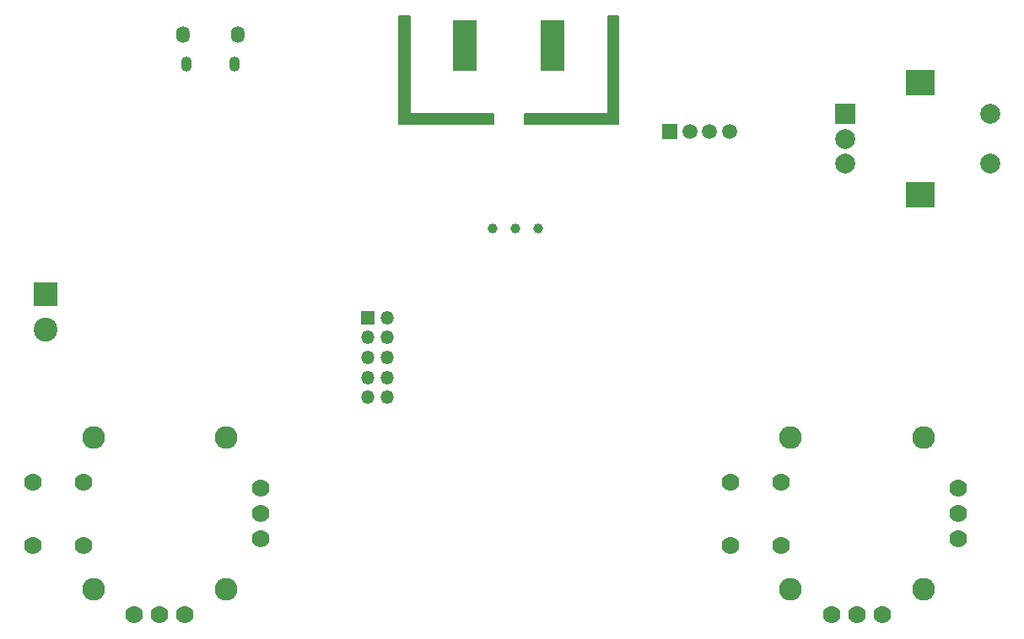
<source format=gbr>
%TF.GenerationSoftware,KiCad,Pcbnew,7.0.1*%
%TF.CreationDate,2023-10-06T11:12:28+02:00*%
%TF.ProjectId,Controller_board,436f6e74-726f-46c6-9c65-725f626f6172,rev?*%
%TF.SameCoordinates,Original*%
%TF.FileFunction,Soldermask,Bot*%
%TF.FilePolarity,Negative*%
%FSLAX46Y46*%
G04 Gerber Fmt 4.6, Leading zero omitted, Abs format (unit mm)*
G04 Created by KiCad (PCBNEW 7.0.1) date 2023-10-06 11:12:28*
%MOMM*%
%LPD*%
G01*
G04 APERTURE LIST*
%ADD10C,0.150000*%
%ADD11R,2.000000X2.000000*%
%ADD12C,2.000000*%
%ADD13R,3.000000X2.500000*%
%ADD14O,1.350000X1.700000*%
%ADD15O,1.100000X1.500000*%
%ADD16C,1.778000*%
%ADD17C,2.286000*%
%ADD18R,1.500000X1.500000*%
%ADD19C,1.500000*%
%ADD20R,1.350000X1.350000*%
%ADD21O,1.350000X1.350000*%
%ADD22R,2.400000X2.400000*%
%ADD23C,2.400000*%
%ADD24R,2.413000X5.080000*%
%ADD25C,1.000000*%
G04 APERTURE END LIST*
D10*
X126034800Y-90830400D02*
X116586000Y-90830400D01*
X116586000Y-89814400D01*
X125018800Y-89814400D01*
X125018800Y-80010000D01*
X126034800Y-80010000D01*
X126034800Y-90830400D01*
G36*
X126034800Y-90830400D02*
G01*
X116586000Y-90830400D01*
X116586000Y-89814400D01*
X125018800Y-89814400D01*
X125018800Y-80010000D01*
X126034800Y-80010000D01*
X126034800Y-90830400D01*
G37*
X105105200Y-89814400D02*
X113487200Y-89814400D01*
X113487200Y-90830400D01*
X104038400Y-90830400D01*
X104038400Y-80010000D01*
X105105200Y-80010000D01*
X105105200Y-89814400D01*
G36*
X105105200Y-89814400D02*
G01*
X113487200Y-89814400D01*
X113487200Y-90830400D01*
X104038400Y-90830400D01*
X104038400Y-80010000D01*
X105105200Y-80010000D01*
X105105200Y-89814400D01*
G37*
D11*
%TO.C,SW2*%
X148833000Y-89829000D03*
D12*
X148833000Y-94829000D03*
X148833000Y-92329000D03*
D13*
X156333000Y-86729000D03*
X156333000Y-97929000D03*
D12*
X163333000Y-89829000D03*
X163333000Y-94829000D03*
%TD*%
D14*
%TO.C,J1*%
X87827000Y-81829400D03*
D15*
X87517000Y-84829400D03*
X82677000Y-84829400D03*
D14*
X82367000Y-81829400D03*
%TD*%
D16*
%TO.C,U9*%
X137300000Y-133175000D03*
X137300000Y-126825000D03*
X142380000Y-133175000D03*
X142380000Y-126825000D03*
X160160000Y-132540000D03*
X160160000Y-130000000D03*
X160160000Y-127460000D03*
D17*
X143332500Y-137620000D03*
X156667500Y-137620000D03*
X156667500Y-122380000D03*
X143332500Y-122380000D03*
D16*
X147460000Y-140160000D03*
X150000000Y-140160000D03*
X152540000Y-140160000D03*
%TD*%
D18*
%TO.C,J2*%
X131191000Y-91610000D03*
D19*
X133191000Y-91610000D03*
X135191000Y-91610000D03*
X137191000Y-91610000D03*
%TD*%
D20*
%TO.C,J3*%
X100854000Y-110300000D03*
D21*
X102854000Y-110300000D03*
X100854000Y-112300000D03*
X102854000Y-112300000D03*
X100854000Y-114300000D03*
X102854000Y-114300000D03*
X100854000Y-116300000D03*
X102854000Y-116300000D03*
X100854000Y-118300000D03*
X102854000Y-118300000D03*
%TD*%
D16*
%TO.C,U8*%
X67300000Y-133175000D03*
X67300000Y-126825000D03*
X72380000Y-133175000D03*
X72380000Y-126825000D03*
X90160000Y-132540000D03*
X90160000Y-130000000D03*
X90160000Y-127460000D03*
D17*
X73332500Y-137620000D03*
X86667500Y-137620000D03*
X86667500Y-122380000D03*
X73332500Y-122380000D03*
D16*
X77460000Y-140160000D03*
X80000000Y-140160000D03*
X82540000Y-140160000D03*
%TD*%
D22*
%TO.C,BT1*%
X68518000Y-107978000D03*
D23*
X68518000Y-111478000D03*
%TD*%
D24*
%TO.C,J4*%
X110617000Y-82931000D03*
X119380000Y-82931000D03*
%TD*%
D25*
%TO.C,TP4*%
X117983000Y-101346000D03*
%TD*%
%TO.C,TP2*%
X113411000Y-101346000D03*
%TD*%
%TO.C,TP3*%
X115697000Y-101346000D03*
%TD*%
M02*

</source>
